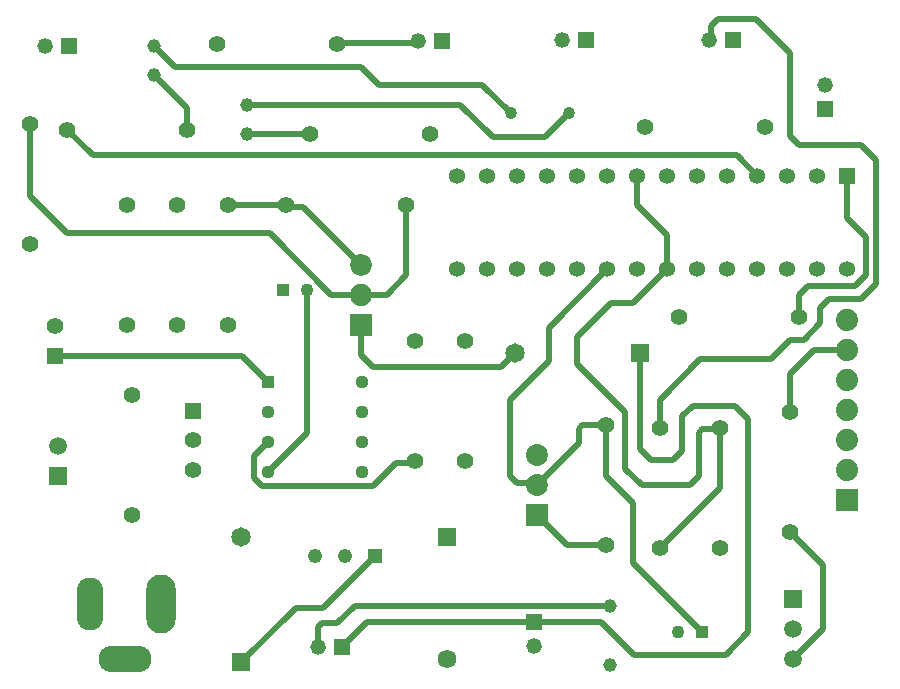
<source format=gbl>
G04*
G04 #@! TF.GenerationSoftware,Altium Limited,Altium Designer,23.4.1 (23)*
G04*
G04 Layer_Physical_Order=2*
G04 Layer_Color=16711680*
%FSLAX25Y25*%
%MOIN*%
G70*
G04*
G04 #@! TF.SameCoordinates,2A0E947D-B6A8-43C5-BC2B-383818F6DAB7*
G04*
G04*
G04 #@! TF.FilePolarity,Positive*
G04*
G01*
G75*
%ADD52C,0.02000*%
%ADD53O,0.09843X0.19685*%
%ADD54O,0.08858X0.17717*%
%ADD55O,0.17717X0.08858*%
%ADD56C,0.05512*%
%ADD57C,0.05200*%
%ADD58R,0.05200X0.05200*%
%ADD59R,0.07323X0.07323*%
%ADD60C,0.07323*%
%ADD61R,0.05347X0.05347*%
%ADD62C,0.05347*%
%ADD63R,0.05200X0.05200*%
%ADD64C,0.04528*%
%ADD65C,0.07400*%
%ADD66R,0.07400X0.07400*%
%ADD67R,0.07284X0.07284*%
%ADD68C,0.07402*%
%ADD69C,0.07284*%
%ADD70C,0.05976*%
%ADD71R,0.05976X0.05976*%
%ADD72R,0.04449X0.04449*%
%ADD73C,0.04449*%
%ADD74C,0.04055*%
%ADD75R,0.04331X0.04331*%
%ADD76C,0.04331*%
%ADD77R,0.05512X0.05512*%
%ADD78C,0.04795*%
%ADD79R,0.04795X0.04795*%
%ADD80C,0.06496*%
%ADD81R,0.06496X0.06496*%
%ADD82R,0.06496X0.06496*%
%ADD83C,0.05937*%
%ADD84R,0.05937X0.05937*%
%ADD85R,0.06260X0.06260*%
%ADD86C,0.06260*%
D52*
X237000Y221500D02*
X249500D01*
X16000Y109000D02*
X78370D01*
X86870Y100500D01*
X115842Y25842D02*
X201000D01*
X80000Y183079D02*
X80039Y183039D01*
X100961D01*
X101000Y183000D01*
X234063Y214500D02*
X234675Y215112D01*
Y219175D01*
X237000Y221500D01*
X284500Y179500D02*
X289500Y174500D01*
X264000Y179500D02*
X284500D01*
X289500Y133000D02*
Y174500D01*
X249500Y221500D02*
X261000Y210000D01*
Y182500D02*
X264000Y179500D01*
X261000Y182500D02*
Y210000D01*
X110000Y213000D02*
X110500Y213500D01*
X136563D01*
X137063Y214000D01*
X49000Y202658D02*
X60000Y191657D01*
Y184500D02*
Y191657D01*
X158394Y199500D02*
X167894Y190000D01*
X118000Y205500D02*
X124000Y199500D01*
X158394D01*
X56000Y205500D02*
X118000D01*
X49000Y212500D02*
X56000Y205500D01*
X162000Y182000D02*
X179106D01*
X187106Y190000D01*
X151079Y192921D02*
X162000Y182000D01*
X80000Y192921D02*
X151079D01*
X220000Y138000D02*
Y149500D01*
X210000Y159500D02*
X220000Y149500D01*
X210000Y159500D02*
Y169181D01*
X20000Y184500D02*
X28500Y176000D01*
X243181D02*
X250000Y169181D01*
X28500Y176000D02*
X243181D01*
X7500Y162500D02*
Y186500D01*
Y162500D02*
X20000Y150000D01*
X98672Y158828D02*
X118000Y139500D01*
X93672Y158828D02*
X98672D01*
X93000Y159500D02*
X93672Y158828D01*
X118000Y129500D02*
X126500D01*
X133000Y136000D01*
Y159500D01*
X73500D02*
X93000D01*
X284500Y128000D02*
X289500Y133000D01*
X267000Y132500D02*
X282500D01*
X286172Y136172D01*
Y148754D01*
X274000Y128000D02*
X284500D01*
X280000Y154926D02*
X286172Y148754D01*
X280000Y154926D02*
Y169181D01*
X264000Y122000D02*
Y129500D01*
X267000Y132500D01*
X271000Y120000D02*
Y125000D01*
X274000Y128000D01*
X265500Y114500D02*
X271000Y120000D01*
X254500Y108000D02*
X261000Y114500D01*
X265500D01*
X261000Y103000D02*
X269000Y111000D01*
X261000Y90500D02*
Y103000D01*
X269000Y111000D02*
X280000D01*
X217500Y94500D02*
X231000Y108000D01*
X254500D01*
X217500Y85000D02*
Y94500D01*
X225000Y89000D02*
X228500Y92500D01*
X225000Y77500D02*
Y89000D01*
X228500Y92500D02*
X242500D01*
X210866Y78134D02*
Y110000D01*
Y78134D02*
X214500Y74500D01*
X222000D02*
X225000Y77500D01*
X214500Y74500D02*
X222000D01*
X242500Y92500D02*
X247000Y88000D01*
X239500Y9500D02*
X247000Y17000D01*
Y88000D01*
X209000Y9500D02*
X239500D01*
X198063Y20437D02*
X209000Y9500D01*
X175500Y20437D02*
X198063D01*
X231744Y84744D02*
X237244D01*
X190000Y115500D02*
X201180Y126680D01*
X208680D01*
X220000Y138000D01*
X190000Y106500D02*
Y115500D01*
Y106500D02*
X206000Y90500D01*
Y71500D02*
Y90500D01*
Y71500D02*
X211500Y66000D01*
X227500D01*
X230500Y69000D01*
Y83500D01*
X231744Y84744D01*
X237244D02*
X237500Y85000D01*
X180500Y107500D02*
Y118500D01*
X200000Y138000D01*
X167500Y94500D02*
X180500Y107500D01*
X167500Y69000D02*
Y94500D01*
X175839Y66661D02*
X176500Y66000D01*
X169839Y66661D02*
X175839D01*
X167500Y69000D02*
X169839Y66661D01*
X176500Y56000D02*
X186500Y46000D01*
X199500D01*
X190500Y80000D02*
Y84828D01*
X191672Y86000D02*
X199500D01*
X190500Y84828D02*
X191672Y86000D01*
X176500Y66000D02*
X190500Y80000D01*
X199500Y69000D02*
Y86000D01*
Y69000D02*
X208500Y60000D01*
Y39937D02*
X231437Y17000D01*
X208500Y39937D02*
Y60000D01*
X237500Y65000D02*
Y85000D01*
X217500Y45000D02*
X237500Y65000D01*
X164634Y105500D02*
X169134Y110000D01*
X122000Y105500D02*
X164634D01*
X118000Y109500D02*
X122000Y105500D01*
X118000Y109500D02*
Y119500D01*
X262000Y8000D02*
X272000Y18000D01*
X261000Y50500D02*
X272000Y39500D01*
Y18000D02*
Y39500D01*
X110000Y20000D02*
X115842Y25842D01*
X103626Y12000D02*
Y18828D01*
X104798Y20000D01*
X110000D01*
X111500Y12000D02*
X119937Y20437D01*
X175500D01*
X96108Y25242D02*
X105242D01*
X122500Y42500D01*
X135500Y73500D02*
X136000Y74000D01*
X129500Y73500D02*
X135500D01*
X121776Y65776D02*
X129500Y73500D01*
X82146Y68543D02*
X84913Y65776D01*
X121776D01*
X82146Y75776D02*
X86870Y80500D01*
X82146Y68543D02*
Y75776D01*
X146500Y8106D02*
X147268Y7339D01*
X20000Y150000D02*
X87472D01*
X107972Y129500D02*
X118000D01*
X87472Y150000D02*
X107972Y129500D01*
X78000Y7134D02*
X96108Y25242D01*
X86870Y70500D02*
X99874Y83504D01*
Y131000D01*
D53*
X51122Y26500D02*
D03*
D54*
X27500D02*
D03*
D55*
X39311Y7996D02*
D03*
D56*
X110000Y213000D02*
D03*
X70000D02*
D03*
X136000Y74000D02*
D03*
Y114000D02*
D03*
X237500Y45000D02*
D03*
Y85000D02*
D03*
X252500Y185500D02*
D03*
X212500D02*
D03*
X133000Y159500D02*
D03*
X93000D02*
D03*
X101000Y183000D02*
D03*
X141000D02*
D03*
X261000Y50500D02*
D03*
Y90500D02*
D03*
X20000Y184500D02*
D03*
X60000D02*
D03*
X224000Y122000D02*
D03*
X264000D02*
D03*
X217500Y45000D02*
D03*
Y85000D02*
D03*
X152500Y114000D02*
D03*
Y74000D02*
D03*
X41500Y96000D02*
D03*
Y56000D02*
D03*
X62000Y71157D02*
D03*
Y81000D02*
D03*
X16000Y119000D02*
D03*
X73500Y159500D02*
D03*
Y119500D02*
D03*
X199500Y46000D02*
D03*
Y86000D02*
D03*
X7500Y146500D02*
D03*
Y186500D02*
D03*
X56500Y159500D02*
D03*
Y119500D02*
D03*
X40000D02*
D03*
Y159500D02*
D03*
D57*
X234063Y214500D02*
D03*
X12563Y212500D02*
D03*
X175500Y12563D02*
D03*
X272500Y199437D02*
D03*
X185000Y214500D02*
D03*
X137063Y214000D02*
D03*
X103626Y12000D02*
D03*
D58*
X241937Y214500D02*
D03*
X20437Y212500D02*
D03*
X192874Y214500D02*
D03*
X144937Y214000D02*
D03*
X111500Y12000D02*
D03*
D59*
X176500Y56000D02*
D03*
D60*
Y66000D02*
D03*
Y76000D02*
D03*
D61*
X280000Y169181D02*
D03*
D62*
X270000D02*
D03*
X220000D02*
D03*
X210000D02*
D03*
X260000D02*
D03*
X250000D02*
D03*
X230000D02*
D03*
X240000D02*
D03*
X200000D02*
D03*
X190000D02*
D03*
X180000D02*
D03*
X170000D02*
D03*
X160000D02*
D03*
X150000D02*
D03*
Y138000D02*
D03*
X160000D02*
D03*
X170000D02*
D03*
X180000D02*
D03*
X190000D02*
D03*
X200000D02*
D03*
X210000D02*
D03*
X220000D02*
D03*
X230000D02*
D03*
X240000D02*
D03*
X250000D02*
D03*
X260000D02*
D03*
X270000D02*
D03*
X280000D02*
D03*
D63*
X175500Y20437D02*
D03*
X272500Y191563D02*
D03*
D64*
X201000Y25842D02*
D03*
Y6157D02*
D03*
X80000Y183079D02*
D03*
Y192921D02*
D03*
X49000Y212500D02*
D03*
Y202658D02*
D03*
D65*
X280000Y121000D02*
D03*
Y111000D02*
D03*
Y101000D02*
D03*
Y91000D02*
D03*
Y81000D02*
D03*
Y71000D02*
D03*
D66*
Y61000D02*
D03*
D67*
X118000Y119500D02*
D03*
D68*
Y129500D02*
D03*
D69*
Y139500D02*
D03*
D70*
X262000Y8000D02*
D03*
Y18000D02*
D03*
D71*
Y28000D02*
D03*
D72*
X86870Y100500D02*
D03*
D73*
Y90500D02*
D03*
Y80500D02*
D03*
Y70500D02*
D03*
X118130D02*
D03*
Y80500D02*
D03*
Y90500D02*
D03*
Y100500D02*
D03*
D74*
X187106Y190000D02*
D03*
X167894D02*
D03*
D75*
X231437Y17000D02*
D03*
X92000Y131000D02*
D03*
D76*
X223563Y17000D02*
D03*
X99874Y131000D02*
D03*
D77*
X62000Y90842D02*
D03*
X16000Y109000D02*
D03*
D78*
X102500Y42500D02*
D03*
X112500D02*
D03*
D79*
X122500D02*
D03*
D80*
X169134Y110000D02*
D03*
X78000Y48866D02*
D03*
D81*
X210866Y110000D02*
D03*
D82*
X78000Y7134D02*
D03*
D83*
X17000Y79000D02*
D03*
D84*
Y69000D02*
D03*
D85*
X146500Y48894D02*
D03*
D86*
Y8106D02*
D03*
M02*

</source>
